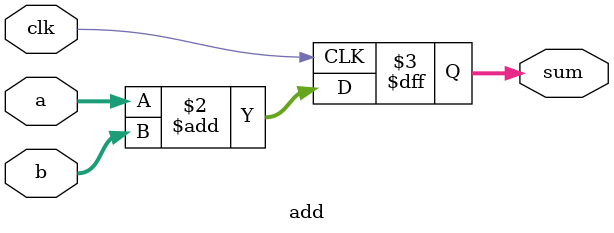
<source format=sv>
module add
(
    input [3:0] a,b,
    output reg [4:0] sum,
    input clk
  );
  
  
  always@(posedge clk)
    begin
      sum <= a + b;
    end
   
   
endmodule

</source>
